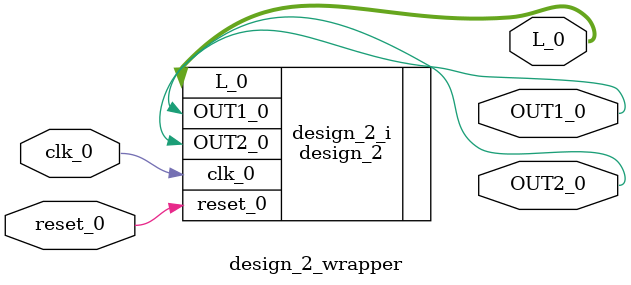
<source format=v>

`timescale 1 ps / 1 ps

module design_2_wrapper
   (L_0,
    OUT1_0,
    OUT2_0,
    clk_0,
    reset_0);
  output [7:1]L_0;
  output OUT1_0;
  output OUT2_0;
  input clk_0;
  input reset_0;

  wire [7:1]L_0;
  wire OUT1_0;
  wire OUT2_0;
  wire clk_0;
  wire reset_0;

  design_2 design_2_i
       (.L_0(L_0),
        .OUT1_0(OUT1_0),
        .OUT2_0(OUT2_0),
        .clk_0(clk_0),
        .reset_0(reset_0));
endmodule

</source>
